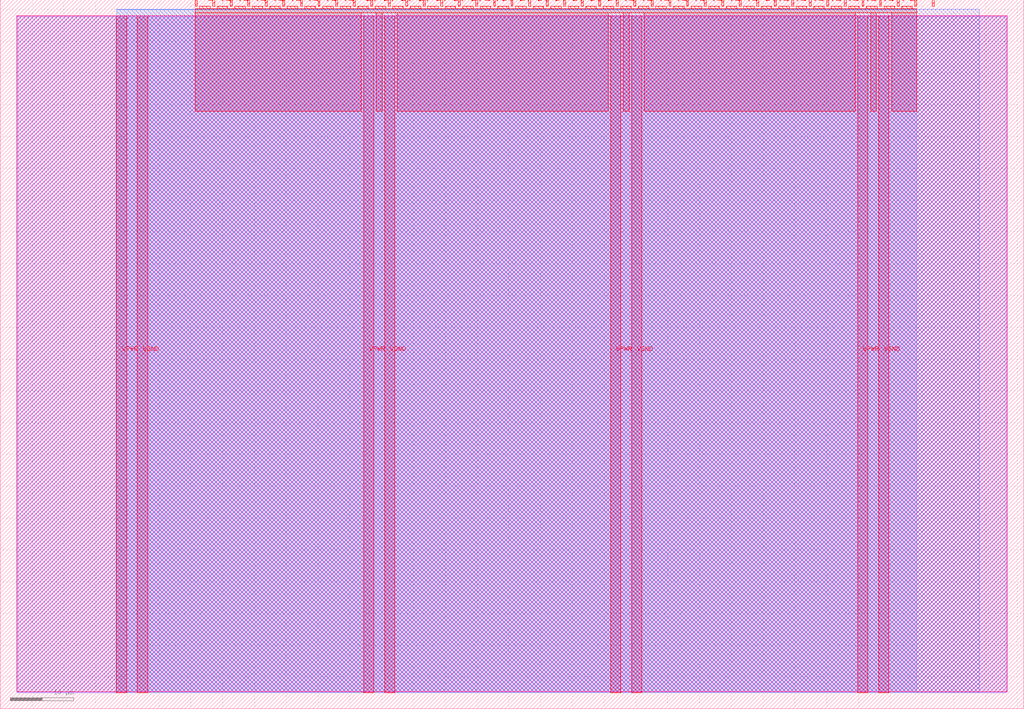
<source format=lef>
VERSION 5.7 ;
  NOWIREEXTENSIONATPIN ON ;
  DIVIDERCHAR "/" ;
  BUSBITCHARS "[]" ;
MACRO tt_um_mroblesh
  CLASS BLOCK ;
  FOREIGN tt_um_mroblesh ;
  ORIGIN 0.000 0.000 ;
  SIZE 161.000 BY 111.520 ;
  PIN VGND
    DIRECTION INOUT ;
    USE GROUND ;
    PORT
      LAYER met4 ;
        RECT 21.580 2.480 23.180 109.040 ;
    END
    PORT
      LAYER met4 ;
        RECT 60.450 2.480 62.050 109.040 ;
    END
    PORT
      LAYER met4 ;
        RECT 99.320 2.480 100.920 109.040 ;
    END
    PORT
      LAYER met4 ;
        RECT 138.190 2.480 139.790 109.040 ;
    END
  END VGND
  PIN VPWR
    DIRECTION INOUT ;
    USE POWER ;
    PORT
      LAYER met4 ;
        RECT 18.280 2.480 19.880 109.040 ;
    END
    PORT
      LAYER met4 ;
        RECT 57.150 2.480 58.750 109.040 ;
    END
    PORT
      LAYER met4 ;
        RECT 96.020 2.480 97.620 109.040 ;
    END
    PORT
      LAYER met4 ;
        RECT 134.890 2.480 136.490 109.040 ;
    END
  END VPWR
  PIN clk
    DIRECTION INPUT ;
    USE SIGNAL ;
    ANTENNAGATEAREA 0.852000 ;
    PORT
      LAYER met4 ;
        RECT 143.830 110.520 144.130 111.520 ;
    END
  END clk
  PIN ena
    DIRECTION INPUT ;
    USE SIGNAL ;
    PORT
      LAYER met4 ;
        RECT 146.590 110.520 146.890 111.520 ;
    END
  END ena
  PIN rst_n
    DIRECTION INPUT ;
    USE SIGNAL ;
    ANTENNAGATEAREA 0.196500 ;
    PORT
      LAYER met4 ;
        RECT 141.070 110.520 141.370 111.520 ;
    END
  END rst_n
  PIN ui_in[0]
    DIRECTION INPUT ;
    USE SIGNAL ;
    ANTENNAGATEAREA 0.196500 ;
    PORT
      LAYER met4 ;
        RECT 138.310 110.520 138.610 111.520 ;
    END
  END ui_in[0]
  PIN ui_in[1]
    DIRECTION INPUT ;
    USE SIGNAL ;
    PORT
      LAYER met4 ;
        RECT 135.550 110.520 135.850 111.520 ;
    END
  END ui_in[1]
  PIN ui_in[2]
    DIRECTION INPUT ;
    USE SIGNAL ;
    PORT
      LAYER met4 ;
        RECT 132.790 110.520 133.090 111.520 ;
    END
  END ui_in[2]
  PIN ui_in[3]
    DIRECTION INPUT ;
    USE SIGNAL ;
    PORT
      LAYER met4 ;
        RECT 130.030 110.520 130.330 111.520 ;
    END
  END ui_in[3]
  PIN ui_in[4]
    DIRECTION INPUT ;
    USE SIGNAL ;
    PORT
      LAYER met4 ;
        RECT 127.270 110.520 127.570 111.520 ;
    END
  END ui_in[4]
  PIN ui_in[5]
    DIRECTION INPUT ;
    USE SIGNAL ;
    PORT
      LAYER met4 ;
        RECT 124.510 110.520 124.810 111.520 ;
    END
  END ui_in[5]
  PIN ui_in[6]
    DIRECTION INPUT ;
    USE SIGNAL ;
    PORT
      LAYER met4 ;
        RECT 121.750 110.520 122.050 111.520 ;
    END
  END ui_in[6]
  PIN ui_in[7]
    DIRECTION INPUT ;
    USE SIGNAL ;
    PORT
      LAYER met4 ;
        RECT 118.990 110.520 119.290 111.520 ;
    END
  END ui_in[7]
  PIN uio_in[0]
    DIRECTION INPUT ;
    USE SIGNAL ;
    PORT
      LAYER met4 ;
        RECT 116.230 110.520 116.530 111.520 ;
    END
  END uio_in[0]
  PIN uio_in[1]
    DIRECTION INPUT ;
    USE SIGNAL ;
    PORT
      LAYER met4 ;
        RECT 113.470 110.520 113.770 111.520 ;
    END
  END uio_in[1]
  PIN uio_in[2]
    DIRECTION INPUT ;
    USE SIGNAL ;
    PORT
      LAYER met4 ;
        RECT 110.710 110.520 111.010 111.520 ;
    END
  END uio_in[2]
  PIN uio_in[3]
    DIRECTION INPUT ;
    USE SIGNAL ;
    PORT
      LAYER met4 ;
        RECT 107.950 110.520 108.250 111.520 ;
    END
  END uio_in[3]
  PIN uio_in[4]
    DIRECTION INPUT ;
    USE SIGNAL ;
    PORT
      LAYER met4 ;
        RECT 105.190 110.520 105.490 111.520 ;
    END
  END uio_in[4]
  PIN uio_in[5]
    DIRECTION INPUT ;
    USE SIGNAL ;
    PORT
      LAYER met4 ;
        RECT 102.430 110.520 102.730 111.520 ;
    END
  END uio_in[5]
  PIN uio_in[6]
    DIRECTION INPUT ;
    USE SIGNAL ;
    ANTENNAGATEAREA 0.159000 ;
    PORT
      LAYER met4 ;
        RECT 99.670 110.520 99.970 111.520 ;
    END
  END uio_in[6]
  PIN uio_in[7]
    DIRECTION INPUT ;
    USE SIGNAL ;
    ANTENNAGATEAREA 0.126000 ;
    PORT
      LAYER met4 ;
        RECT 96.910 110.520 97.210 111.520 ;
    END
  END uio_in[7]
  PIN uio_oe[0]
    DIRECTION OUTPUT ;
    USE SIGNAL ;
    PORT
      LAYER met4 ;
        RECT 49.990 110.520 50.290 111.520 ;
    END
  END uio_oe[0]
  PIN uio_oe[1]
    DIRECTION OUTPUT ;
    USE SIGNAL ;
    PORT
      LAYER met4 ;
        RECT 47.230 110.520 47.530 111.520 ;
    END
  END uio_oe[1]
  PIN uio_oe[2]
    DIRECTION OUTPUT ;
    USE SIGNAL ;
    PORT
      LAYER met4 ;
        RECT 44.470 110.520 44.770 111.520 ;
    END
  END uio_oe[2]
  PIN uio_oe[3]
    DIRECTION OUTPUT ;
    USE SIGNAL ;
    PORT
      LAYER met4 ;
        RECT 41.710 110.520 42.010 111.520 ;
    END
  END uio_oe[3]
  PIN uio_oe[4]
    DIRECTION OUTPUT ;
    USE SIGNAL ;
    PORT
      LAYER met4 ;
        RECT 38.950 110.520 39.250 111.520 ;
    END
  END uio_oe[4]
  PIN uio_oe[5]
    DIRECTION OUTPUT ;
    USE SIGNAL ;
    PORT
      LAYER met4 ;
        RECT 36.190 110.520 36.490 111.520 ;
    END
  END uio_oe[5]
  PIN uio_oe[6]
    DIRECTION OUTPUT ;
    USE SIGNAL ;
    PORT
      LAYER met4 ;
        RECT 33.430 110.520 33.730 111.520 ;
    END
  END uio_oe[6]
  PIN uio_oe[7]
    DIRECTION OUTPUT ;
    USE SIGNAL ;
    PORT
      LAYER met4 ;
        RECT 30.670 110.520 30.970 111.520 ;
    END
  END uio_oe[7]
  PIN uio_out[0]
    DIRECTION OUTPUT ;
    USE SIGNAL ;
    PORT
      LAYER met4 ;
        RECT 72.070 110.520 72.370 111.520 ;
    END
  END uio_out[0]
  PIN uio_out[1]
    DIRECTION OUTPUT ;
    USE SIGNAL ;
    PORT
      LAYER met4 ;
        RECT 69.310 110.520 69.610 111.520 ;
    END
  END uio_out[1]
  PIN uio_out[2]
    DIRECTION OUTPUT ;
    USE SIGNAL ;
    PORT
      LAYER met4 ;
        RECT 66.550 110.520 66.850 111.520 ;
    END
  END uio_out[2]
  PIN uio_out[3]
    DIRECTION OUTPUT ;
    USE SIGNAL ;
    PORT
      LAYER met4 ;
        RECT 63.790 110.520 64.090 111.520 ;
    END
  END uio_out[3]
  PIN uio_out[4]
    DIRECTION OUTPUT ;
    USE SIGNAL ;
    PORT
      LAYER met4 ;
        RECT 61.030 110.520 61.330 111.520 ;
    END
  END uio_out[4]
  PIN uio_out[5]
    DIRECTION OUTPUT ;
    USE SIGNAL ;
    PORT
      LAYER met4 ;
        RECT 58.270 110.520 58.570 111.520 ;
    END
  END uio_out[5]
  PIN uio_out[6]
    DIRECTION OUTPUT ;
    USE SIGNAL ;
    PORT
      LAYER met4 ;
        RECT 55.510 110.520 55.810 111.520 ;
    END
  END uio_out[6]
  PIN uio_out[7]
    DIRECTION OUTPUT ;
    USE SIGNAL ;
    PORT
      LAYER met4 ;
        RECT 52.750 110.520 53.050 111.520 ;
    END
  END uio_out[7]
  PIN uo_out[0]
    DIRECTION OUTPUT ;
    USE SIGNAL ;
    ANTENNAGATEAREA 0.247500 ;
    ANTENNADIFFAREA 0.891000 ;
    PORT
      LAYER met4 ;
        RECT 94.150 110.520 94.450 111.520 ;
    END
  END uo_out[0]
  PIN uo_out[1]
    DIRECTION OUTPUT ;
    USE SIGNAL ;
    ANTENNAGATEAREA 0.247500 ;
    ANTENNADIFFAREA 0.891000 ;
    PORT
      LAYER met4 ;
        RECT 91.390 110.520 91.690 111.520 ;
    END
  END uo_out[1]
  PIN uo_out[2]
    DIRECTION OUTPUT ;
    USE SIGNAL ;
    ANTENNAGATEAREA 0.247500 ;
    ANTENNADIFFAREA 0.891000 ;
    PORT
      LAYER met4 ;
        RECT 88.630 110.520 88.930 111.520 ;
    END
  END uo_out[2]
  PIN uo_out[3]
    DIRECTION OUTPUT ;
    USE SIGNAL ;
    ANTENNAGATEAREA 0.247500 ;
    ANTENNADIFFAREA 0.891000 ;
    PORT
      LAYER met4 ;
        RECT 85.870 110.520 86.170 111.520 ;
    END
  END uo_out[3]
  PIN uo_out[4]
    DIRECTION OUTPUT ;
    USE SIGNAL ;
    ANTENNAGATEAREA 0.247500 ;
    ANTENNADIFFAREA 0.891000 ;
    PORT
      LAYER met4 ;
        RECT 83.110 110.520 83.410 111.520 ;
    END
  END uo_out[4]
  PIN uo_out[5]
    DIRECTION OUTPUT ;
    USE SIGNAL ;
    ANTENNAGATEAREA 0.247500 ;
    ANTENNADIFFAREA 0.891000 ;
    PORT
      LAYER met4 ;
        RECT 80.350 110.520 80.650 111.520 ;
    END
  END uo_out[5]
  PIN uo_out[6]
    DIRECTION OUTPUT ;
    USE SIGNAL ;
    ANTENNAGATEAREA 0.247500 ;
    ANTENNADIFFAREA 0.891000 ;
    PORT
      LAYER met4 ;
        RECT 77.590 110.520 77.890 111.520 ;
    END
  END uo_out[6]
  PIN uo_out[7]
    DIRECTION OUTPUT ;
    USE SIGNAL ;
    ANTENNAGATEAREA 0.247500 ;
    ANTENNADIFFAREA 0.891000 ;
    PORT
      LAYER met4 ;
        RECT 74.830 110.520 75.130 111.520 ;
    END
  END uo_out[7]
  OBS
      LAYER nwell ;
        RECT 2.570 2.635 158.430 108.990 ;
      LAYER li1 ;
        RECT 2.760 2.635 158.240 108.885 ;
      LAYER met1 ;
        RECT 2.760 2.480 158.240 109.040 ;
      LAYER met2 ;
        RECT 18.310 2.535 154.000 110.005 ;
      LAYER met3 ;
        RECT 18.290 2.555 144.170 109.985 ;
      LAYER met4 ;
        RECT 31.370 110.120 33.030 110.520 ;
        RECT 34.130 110.120 35.790 110.520 ;
        RECT 36.890 110.120 38.550 110.520 ;
        RECT 39.650 110.120 41.310 110.520 ;
        RECT 42.410 110.120 44.070 110.520 ;
        RECT 45.170 110.120 46.830 110.520 ;
        RECT 47.930 110.120 49.590 110.520 ;
        RECT 50.690 110.120 52.350 110.520 ;
        RECT 53.450 110.120 55.110 110.520 ;
        RECT 56.210 110.120 57.870 110.520 ;
        RECT 58.970 110.120 60.630 110.520 ;
        RECT 61.730 110.120 63.390 110.520 ;
        RECT 64.490 110.120 66.150 110.520 ;
        RECT 67.250 110.120 68.910 110.520 ;
        RECT 70.010 110.120 71.670 110.520 ;
        RECT 72.770 110.120 74.430 110.520 ;
        RECT 75.530 110.120 77.190 110.520 ;
        RECT 78.290 110.120 79.950 110.520 ;
        RECT 81.050 110.120 82.710 110.520 ;
        RECT 83.810 110.120 85.470 110.520 ;
        RECT 86.570 110.120 88.230 110.520 ;
        RECT 89.330 110.120 90.990 110.520 ;
        RECT 92.090 110.120 93.750 110.520 ;
        RECT 94.850 110.120 96.510 110.520 ;
        RECT 97.610 110.120 99.270 110.520 ;
        RECT 100.370 110.120 102.030 110.520 ;
        RECT 103.130 110.120 104.790 110.520 ;
        RECT 105.890 110.120 107.550 110.520 ;
        RECT 108.650 110.120 110.310 110.520 ;
        RECT 111.410 110.120 113.070 110.520 ;
        RECT 114.170 110.120 115.830 110.520 ;
        RECT 116.930 110.120 118.590 110.520 ;
        RECT 119.690 110.120 121.350 110.520 ;
        RECT 122.450 110.120 124.110 110.520 ;
        RECT 125.210 110.120 126.870 110.520 ;
        RECT 127.970 110.120 129.630 110.520 ;
        RECT 130.730 110.120 132.390 110.520 ;
        RECT 133.490 110.120 135.150 110.520 ;
        RECT 136.250 110.120 137.910 110.520 ;
        RECT 139.010 110.120 140.670 110.520 ;
        RECT 141.770 110.120 143.430 110.520 ;
        RECT 30.655 109.440 144.145 110.120 ;
        RECT 30.655 94.015 56.750 109.440 ;
        RECT 59.150 94.015 60.050 109.440 ;
        RECT 62.450 94.015 95.620 109.440 ;
        RECT 98.020 94.015 98.920 109.440 ;
        RECT 101.320 94.015 134.490 109.440 ;
        RECT 136.890 94.015 137.790 109.440 ;
        RECT 140.190 94.015 144.145 109.440 ;
  END
END tt_um_mroblesh
END LIBRARY


</source>
